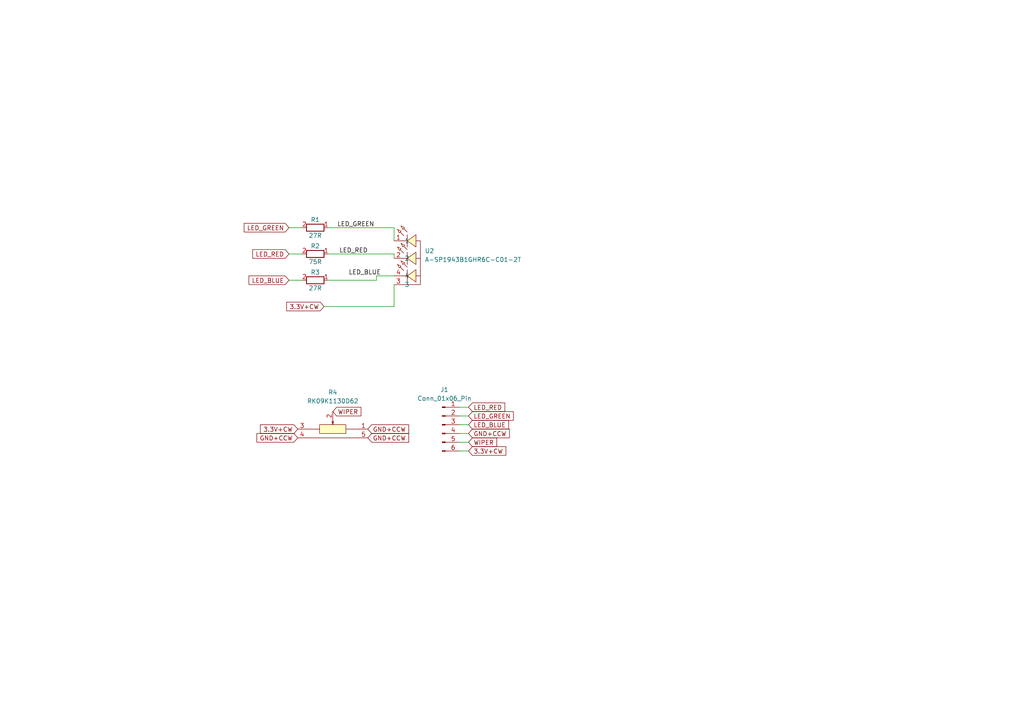
<source format=kicad_sch>
(kicad_sch (version 20250114) (generator "eeschema") (generator_version "9.0")
  (paper "A4")
  (title_block (title "Charge Potentiometer & 3.3V RGB LED") (date "2026-02-20") (rev "Mk1") (company "clectric.diy") (comment 1 "Copyright © 2026 clectric.diy Licensed under CERN-OHL-W v2") (comment 2 "Charles H. Leggett"))
  (lib_symbols
    (symbol "Connector:Conn_01x06_Pin" (pin_names (offset 1.016) (hide yes))
      (property "Reference" "J" (at 0 7.62 0))
      (property "Value" "Conn_01x06_Pin" (at 0 -10.16 0))
      (symbol "Conn_01x06_Pin_1_1"
        (rectangle (start 0.8636 5.207) (end 0 4.953) (stroke (width 0.1524)) (fill (type outline)))
        (rectangle (start 0.8636 2.667) (end 0 2.413) (stroke (width 0.1524)) (fill (type outline)))
        (rectangle (start 0.8636 0.127) (end 0 -0.127) (stroke (width 0.1524)) (fill (type outline)))
        (rectangle (start 0.8636 -2.413) (end 0 -2.667) (stroke (width 0.1524)) (fill (type outline)))
        (rectangle (start 0.8636 -4.953) (end 0 -5.207) (stroke (width 0.1524)) (fill (type outline)))
        (rectangle (start 0.8636 -7.493) (end 0 -7.747) (stroke (width 0.1524)) (fill (type outline)))
        (polyline (pts (xy 1.27 5.08) (xy 0.8636 5.08)) (stroke (width 0.1524)))
        (polyline (pts (xy 1.27 2.54) (xy 0.8636 2.54)) (stroke (width 0.1524)))
        (polyline (pts (xy 1.27 0) (xy 0.8636 0)) (stroke (width 0.1524)))
        (polyline (pts (xy 1.27 -2.54) (xy 0.8636 -2.54)) (stroke (width 0.1524)))
        (polyline (pts (xy 1.27 -5.08) (xy 0.8636 -5.08)) (stroke (width 0.1524)))
        (polyline (pts (xy 1.27 -7.62) (xy 0.8636 -7.62)) (stroke (width 0.1524)))
        (pin passive line (at 5.08 5.08 180) (length 3.81) (name "Pin_1") (number "1"))
        (pin passive line (at 5.08 2.54 180) (length 3.81) (name "Pin_2") (number "2"))
        (pin passive line (at 5.08 0 180) (length 3.81) (name "Pin_3") (number "3"))
        (pin passive line (at 5.08 -2.54 180) (length 3.81) (name "Pin_4") (number "4"))
        (pin passive line (at 5.08 -5.08 180) (length 3.81) (name "Pin_5") (number "5"))
        (pin passive line (at 5.08 -7.62 180) (length 3.81) (name "Pin_6") (number "6"))
      )
    )
    (symbol "Device:R" (pin_names (offset 0) (hide yes))
      (property "Reference" "R" (at 2.032 0 90))
      (property "Value" "R" (at 0 0 90))
      (symbol "R_0_1"
        (rectangle (start -1.016 -2.54) (end 1.016 2.54) (stroke (width 0.254)))
      )
      (symbol "R_1_1"
        (pin passive line (at 0 3.81 270) (length 1.27) (name "~") (number "1"))
        (pin passive line (at 0 -3.81 90) (length 1.27) (name "~") (number "2"))
      )
    )
    (symbol "clectric-diy:A-SP1943B1GHR6C-C01-2T"
      (property "Reference" "U" (at 0 10.16 0))
      (property "Value" "A-SP1943B1GHR6C-C01-2T" (at 0 -12.7 0))
      (symbol "A-SP1943B1GHR6C-C01-2T_0_1"
        (polyline (pts (xy -1.52 8.38) (xy -0.51 7.87) (xy -1.02 7.37) (xy -1.52 8.38)) (fill (type background)))
        (polyline (pts (xy -1.52 3.3) (xy -0.51 2.79) (xy -1.02 2.29) (xy -1.52 3.3)) (fill (type background)))
        (polyline (pts (xy -1.52 -1.78) (xy -0.51 -2.29) (xy -1.02 -2.79) (xy -1.52 -1.78)) (fill (type background)))
        (polyline (pts (xy -0.51 9.4) (xy 0.51 8.89) (xy 0 8.38) (xy -0.51 9.4)) (fill (type background)))
        (polyline (pts (xy -0.51 4.32) (xy 0.51 3.81) (xy 0 3.3) (xy -0.51 4.32)) (fill (type background)))
        (polyline (pts (xy -0.51 -0.76) (xy 0.51 -1.27) (xy 0 -1.78) (xy -0.51 -0.76)) (fill (type background)))
        (polyline (pts (xy 0 -7.62) (xy 5.08 -7.62) (xy 5.08 5.08) (xy 3.81 5.08)))
        (polyline (pts (xy 0.25 6.6) (xy -0.76 7.62) (xy 0.25 6.6)) (fill (type background)))
        (polyline (pts (xy 0.25 1.52) (xy -0.76 2.54) (xy 0.25 1.52)) (fill (type background)))
        (polyline (pts (xy 0.25 -3.56) (xy -0.76 -2.54) (xy 0.25 -3.56)) (fill (type background)))
        (polyline (pts (xy 1.27 7.62) (xy 0.25 8.64) (xy 1.27 7.62)) (fill (type background)))
        (polyline (pts (xy 1.27 6.86) (xy 1.27 3.3)))
        (polyline (pts (xy 1.27 5.08) (xy 0 5.08)))
        (polyline (pts (xy 1.27 2.54) (xy 0.25 3.56) (xy 1.27 2.54)) (fill (type background)))
        (polyline (pts (xy 1.27 1.78) (xy 1.27 -1.78)))
        (polyline (pts (xy 1.27 0) (xy 0 0)))
        (polyline (pts (xy 1.27 -2.54) (xy 0.25 -1.52) (xy 1.27 -2.54)) (fill (type background)))
        (polyline (pts (xy 1.27 -3.3) (xy 1.27 -6.86)))
        (polyline (pts (xy 1.27 -5.08) (xy 0 -5.08)))
        (polyline (pts (xy 3.81 6.86) (xy 1.27 5.08) (xy 3.81 3.3) (xy 3.81 6.86)) (fill (type background)))
        (polyline (pts (xy 3.81 1.78) (xy 1.27 0) (xy 3.81 -1.78) (xy 3.81 1.78)) (fill (type background)))
        (polyline (pts (xy 3.81 -3.3) (xy 1.27 -5.08) (xy 3.81 -6.86) (xy 3.81 -3.3)) (fill (type background)))
        (polyline (pts (xy 5.08 0) (xy 3.81 0)))
        (polyline (pts (xy 5.08 -5.08) (xy 3.81 -5.08)))
        (pin unspecified line (at -2.54 5.08 0) (length 2.54) (name "1") (number "1"))
        (pin unspecified line (at -2.54 0 0) (length 2.54) (name "2") (number "2"))
        (pin unspecified line (at -2.54 -5.08 0) (length 2.54) (name "4") (number "4"))
        (pin unspecified line (at -2.54 -7.62 0) (length 2.54) (name "3") (number "3"))
      )
    )
    (symbol "clectric-diy:RK09K1130A8G" (pin_names (hide yes))
      (property "Reference" "R" (at 0 10.16 0))
      (property "Value" "RK09K1130A8G" (at 0 -7.62 0))
      (symbol "RK09K1130A8G_0_1"
        (polyline (pts (xy -7.62 -2.54) (xy 7.62 -2.54)))
        (rectangle (start -3.81 1.27) (end 3.81 -1.27) (fill (type background)))
        (polyline (pts (xy -3.81 0) (xy -7.62 0)))
        (polyline (pts (xy 0 2.54) (xy 0 2.54) (xy 0 1.27) (xy 0.25 2.29)))
        (polyline (pts (xy 0 1.27) (xy -0.25 2.29)))
        (polyline (pts (xy 3.81 0) (xy 7.62 0)))
        (pin unspecified line (at -10.16 0 0) (length 2.54) (name "3") (number "3"))
        (pin unspecified line (at -10.16 -2.54 0) (length 2.54) (name "EH") (number "4"))
        (pin unspecified line (at 0 5.08 270) (length 2.54) (name "2") (number "2"))
        (pin unspecified line (at 10.16 0 180) (length 2.54) (name "1") (number "1"))
        (pin unspecified line (at 10.16 -2.54 180) (length 2.54) (name "EH") (number "5"))
      )
    )
  )
  (wire (pts (xy 133.35 125.73) (xy 135.89 125.73)))
  (wire (pts (xy 114.3 73.66) (xy 114.3 74.93)))
  (wire (pts (xy 133.35 123.19) (xy 135.89 123.19)))
  (wire (pts (xy 109.22 80.01) (xy 109.22 81.28)))
  (wire (pts (xy 133.35 118.11) (xy 135.89 118.11)))
  (wire (pts (xy 114.3 66.04) (xy 114.3 69.85)))
  (wire (pts (xy 133.35 128.27) (xy 135.89 128.27)))
  (wire (pts (xy 109.22 80.01) (xy 114.3 80.01)))
  (wire (pts (xy 109.22 81.28) (xy 95.25 81.28)))
  (wire (pts (xy 83.82 66.04) (xy 87.63 66.04)))
  (wire (pts (xy 83.82 73.66) (xy 87.63 73.66)))
  (wire (pts (xy 93.98 88.9) (xy 114.3 88.9)))
  (wire (pts (xy 83.82 81.28) (xy 87.63 81.28)))
  (wire (pts (xy 114.3 88.9) (xy 114.3 82.55)))
  (wire (pts (xy 133.35 120.65) (xy 135.89 120.65)))
  (wire (pts (xy 133.35 130.81) (xy 135.89 130.81)))
  (wire (pts (xy 95.25 73.66) (xy 114.3 73.66)))
  (wire (pts (xy 95.25 66.04) (xy 114.3 66.04)))
  (label "LED_BLUE" (at 110.49 80.01 180))
  (label "LED_GREEN" (at 97.79 66.04 0))
  (label "LED_RED" (at 106.68 73.66 180))
  (global_label "LED_BLUE" (shape input) (at 83.82 81.28 180) (property "Intersheetrefs" "${INTERSHEET_REFS}" (effects (hide yes))))
  (global_label "LED_BLUE" (shape input) (at 135.89 123.19 0) (property "Intersheetrefs" "${INTERSHEET_REFS}" (effects (hide yes))))
  (global_label "LED_GREEN" (shape input) (at 83.82 66.04 180) (property "Intersheetrefs" "${INTERSHEET_REFS}" (effects (hide yes))))
  (global_label "3.3V+CW" (shape input) (at 93.98 88.9 180) (property "Intersheetrefs" "${INTERSHEET_REFS}" (effects (hide yes))))
  (global_label "WIPER" (shape input) (at 96.52 119.38 0) (property "Intersheetrefs" "${INTERSHEET_REFS}" (effects (hide yes))))
  (global_label "GND+CCW" (shape input) (at 135.89 125.73 0) (property "Intersheetrefs" "${INTERSHEET_REFS}" (effects (hide yes))))
  (global_label "GND+CCW" (shape input) (at 106.68 124.46 0) (property "Intersheetrefs" "${INTERSHEET_REFS}" (effects (hide yes))))
  (global_label "WIPER" (shape input) (at 135.89 128.27 0) (property "Intersheetrefs" "${INTERSHEET_REFS}" (effects (hide yes))))
  (global_label "LED_GREEN" (shape input) (at 135.89 120.65 0) (property "Intersheetrefs" "${INTERSHEET_REFS}" (effects (hide yes))))
  (global_label "GND+CCW" (shape input) (at 86.36 127 180) (property "Intersheetrefs" "${INTERSHEET_REFS}" (effects (hide yes))))
  (global_label "3.3V+CW" (shape input) (at 86.36 124.46 180) (property "Intersheetrefs" "${INTERSHEET_REFS}" (effects (hide yes))))
  (global_label "3.3V+CW" (shape input) (at 135.89 130.81 0) (property "Intersheetrefs" "${INTERSHEET_REFS}" (effects (hide yes))))
  (global_label "LED_RED" (shape input) (at 83.82 73.66 180) (property "Intersheetrefs" "${INTERSHEET_REFS}" (effects (hide yes))))
  (global_label "GND+CCW" (shape input) (at 106.68 127 0) (property "Intersheetrefs" "${INTERSHEET_REFS}" (effects (hide yes))))
  (global_label "LED_RED" (shape input) (at 135.89 118.11 0) (property "Intersheetrefs" "${INTERSHEET_REFS}" (effects (hide yes))))
  (symbol (lib_id "Device:R") (at 91.44 66.04 270) (unit 1)
    (property "Reference" "R1" (at 91.44 63.754 90))
    (property "Value" "27R" (at 91.44 68.326 90))
    (property "Footprint" "clectric-diy:R0603" (effects (hide yes)))
    (property "Description" "Resistor" (effects (hide yes)))
  )
  (symbol (lib_id "clectric-diy:RK09K1130A8G") (at 96.52 124.46 0) (unit 1)
    (property "Reference" "R4" (at 96.52 113.792 0))
    (property "Value" "RK09K1130D62" (at 96.52 116.332 0))
    (property "Footprint" "clectric-diy:RES-TH_RK09K113004U" (effects (hide yes)))
    (property "LCSC Part" "C470294" (effects (hide yes)))
  )
  (symbol (lib_id "clectric-diy:A-SP1943B1GHR6C-C01-2T") (at 116.84 74.93 0) (unit 1)
    (property "Reference" "U2" (at 123.19 72.7699 0) (effects (justify left)))
    (property "Value" "A-SP1943B1GHR6C-C01-2T" (at 123.19 75.3099 0) (effects (justify left)))
    (property "Footprint" "clectric-diy:LED-SMD_4P-L1.6-W1.5-BL_A-SP1943B1GHR6C-C01-2T" (effects (hide yes)))
    (property "LCSC Part" "C19171342" (effects (hide yes)))
  )
  (symbol (lib_id "Device:R") (at 91.44 81.28 270) (unit 1)
    (property "Reference" "R3" (at 91.44 78.994 90))
    (property "Value" "27R" (at 91.44 83.566 90))
    (property "Footprint" "clectric-diy:R0603" (effects (hide yes)))
    (property "Description" "Resistor" (effects (hide yes)))
  )
  (symbol (lib_id "Device:R") (at 91.44 73.66 270) (unit 1)
    (property "Reference" "R2" (at 91.44 71.374 90))
    (property "Value" "75R" (at 91.44 75.946 90))
    (property "Footprint" "clectric-diy:R0603" (effects (hide yes)))
    (property "Description" "Resistor" (effects (hide yes)))
  )
  (symbol (lib_id "Connector:Conn_01x06_Pin") (at 128.27 123.19 0) (unit 1)
    (property "Reference" "J1" (at 128.905 113.03 0))
    (property "Value" "Conn_01x06_Pin" (at 128.905 115.57 0))
    (property "Footprint" "Connector_PinHeader_2.54mm:PinHeader_1x06_P2.54mm_Vertical" (effects (hide yes)))
    (property "Description" "Generic connector, single row, 01x06, script generated" (effects (hide yes)))
  )
)
</source>
